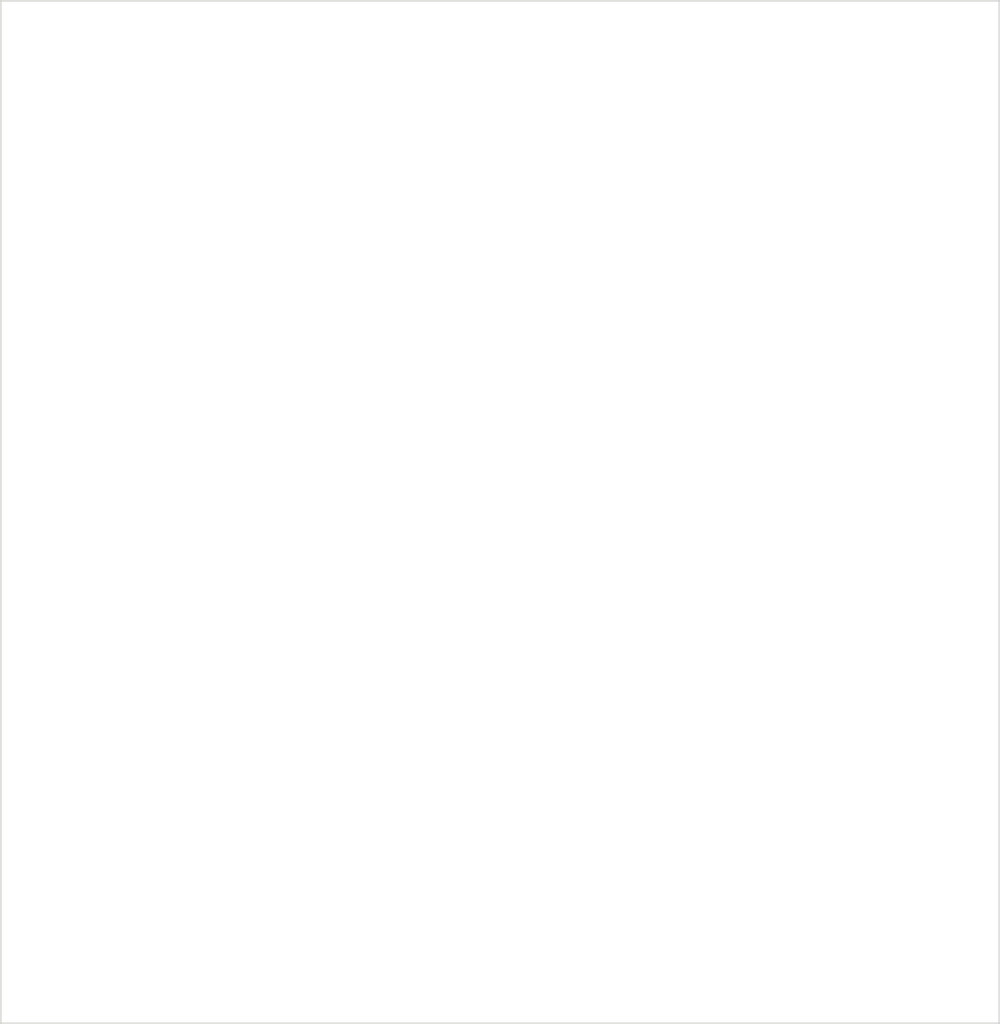
<source format=kicad_pcb>
(kicad_pcb (version 20171130) (host pcbnew 5.0.1-33cea8e~68~ubuntu18.04.1)

  (general
    (thickness 1.6)
    (drawings 4)
    (tracks 0)
    (zones 0)
    (modules 0)
    (nets 1)
  )

  (page A4)
  (title_block
    (title "Project X")
    (rev Draft)
    (company "Devtank Ltd")
  )

  (layers
    (0 F.Cu signal)
    (31 B.Cu signal)
    (32 B.Adhes user)
    (33 F.Adhes user)
    (34 B.Paste user)
    (35 F.Paste user)
    (36 B.SilkS user)
    (37 F.SilkS user)
    (38 B.Mask user)
    (39 F.Mask user)
    (40 Dwgs.User user)
    (41 Cmts.User user)
    (42 Eco1.User user)
    (43 Eco2.User user)
    (44 Edge.Cuts user)
    (45 Margin user)
    (46 B.CrtYd user)
    (47 F.CrtYd user)
    (48 B.Fab user)
    (49 F.Fab user)
  )

  (setup
    (last_trace_width 0.25)
    (user_trace_width 0.15)
    (user_trace_width 0.25)
    (user_trace_width 0.36)
    (user_trace_width 0.5)
    (user_trace_width 1)
    (user_trace_width 2)
    (user_trace_width 10)
    (user_trace_width 20)
    (trace_clearance 0.15)
    (zone_clearance 0.508)
    (zone_45_only no)
    (trace_min 0.1)
    (segment_width 0.2)
    (edge_width 0.15)
    (via_size 0.6)
    (via_drill 0.3)
    (via_min_size 0.4)
    (via_min_drill 0.15)
    (user_via 0.4 0.2)
    (user_via 0.6 0.3)
    (user_via 0.8 0.4)
    (user_via 1 0.5)
    (user_via 1 0.75)
    (uvia_size 0.3)
    (uvia_drill 0.1)
    (uvias_allowed no)
    (uvia_min_size 0.2)
    (uvia_min_drill 0.1)
    (pcb_text_width 0.3)
    (pcb_text_size 1.5 1.5)
    (mod_edge_width 0.15)
    (mod_text_size 1 1)
    (mod_text_width 0.15)
    (pad_size 1.524 1.524)
    (pad_drill 0.762)
    (pad_to_mask_clearance 0.2)
    (solder_mask_min_width 0.25)
    (aux_axis_origin 0 0)
    (visible_elements FFFFFF7F)
    (pcbplotparams
      (layerselection 0x00030_80000001)
      (usegerberextensions false)
      (usegerberattributes false)
      (usegerberadvancedattributes false)
      (creategerberjobfile false)
      (excludeedgelayer true)
      (linewidth 0.100000)
      (plotframeref false)
      (viasonmask false)
      (mode 1)
      (useauxorigin false)
      (hpglpennumber 1)
      (hpglpenspeed 20)
      (hpglpendiameter 15.000000)
      (psnegative false)
      (psa4output false)
      (plotreference true)
      (plotvalue true)
      (plotinvisibletext false)
      (padsonsilk false)
      (subtractmaskfromsilk false)
      (outputformat 1)
      (mirror false)
      (drillshape 1)
      (scaleselection 1)
      (outputdirectory ""))
  )

  (net 0 "")

  (net_class Default "This is the default net class."
    (clearance 0.15)
    (trace_width 0.25)
    (via_dia 0.6)
    (via_drill 0.3)
    (uvia_dia 0.3)
    (uvia_drill 0.1)
  )

  (net_class Fine ""
    (clearance 0.1)
    (trace_width 0.15)
    (via_dia 0.4)
    (via_drill 0.2)
    (uvia_dia 0.3)
    (uvia_drill 0.1)
  )

  (net_class Power ""
    (clearance 0.2)
    (trace_width 0.4)
    (via_dia 0.8)
    (via_drill 0.4)
    (uvia_dia 0.3)
    (uvia_drill 0.1)
  )

  (gr_line (start 170 16) (end 45 16) (layer Edge.Cuts) (width 0.2))
  (gr_line (start 170 144) (end 170 16) (layer Edge.Cuts) (width 0.2))
  (gr_line (start 45 144) (end 170 144) (layer Edge.Cuts) (width 0.2))
  (gr_line (start 45 16) (end 45 144) (layer Edge.Cuts) (width 0.2))

)

</source>
